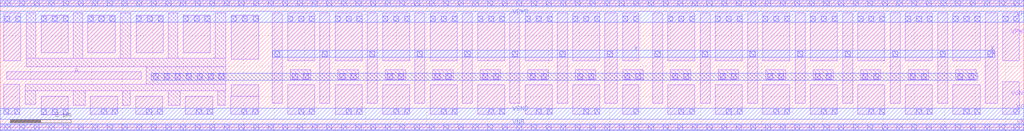
<source format=lef>
# Copyright 2020 The SkyWater PDK Authors
#
# Licensed under the Apache License, Version 2.0 (the "License");
# you may not use this file except in compliance with the License.
# You may obtain a copy of the License at
#
#     https://www.apache.org/licenses/LICENSE-2.0
#
# Unless required by applicable law or agreed to in writing, software
# distributed under the License is distributed on an "AS IS" BASIS,
# WITHOUT WARRANTIES OR CONDITIONS OF ANY KIND, either express or implied.
# See the License for the specific language governing permissions and
# limitations under the License.
#
# SPDX-License-Identifier: Apache-2.0

VERSION 5.7 ;
  NAMESCASESENSITIVE ON ;
  NOWIREEXTENSIONATPIN ON ;
  DIVIDERCHAR "/" ;
  BUSBITCHARS "[]" ;
UNITS
  DATABASE MICRONS 200 ;
END UNITS
MACRO sky130_fd_sc_hvl__buf_32
  CLASS CORE ;
  SOURCE USER ;
  FOREIGN sky130_fd_sc_hvl__buf_32 ;
  ORIGIN  0.000000  0.000000 ;
  SIZE  33.60000 BY  4.070000 ;
  SYMMETRY X Y ;
  SITE unithv ;
  PIN A
    ANTENNAGATEAREA  11.25000 ;
    DIRECTION INPUT ;
    USE SIGNAL ;
    PORT
      LAYER li1 ;
        RECT 0.220000 1.580000 4.630000 1.815000 ;
    END
  END A
  PIN X
    ANTENNADIFFAREA  10.08000 ;
    DIRECTION OUTPUT ;
    USE SIGNAL ;
    PORT
      LAYER li1 ;
        RECT  8.930000 0.790000  9.260000 3.755000 ;
        RECT 10.490000 0.790000 10.820000 3.755000 ;
        RECT 12.050000 0.790000 12.380000 3.755000 ;
        RECT 13.610000 0.790000 13.940000 3.755000 ;
        RECT 15.170000 0.790000 15.500000 3.755000 ;
        RECT 16.730000 0.790000 17.060000 3.755000 ;
        RECT 18.290000 0.790000 18.620000 3.755000 ;
        RECT 19.850000 0.790000 20.260000 3.755000 ;
        RECT 21.410000 0.790000 21.740000 3.755000 ;
        RECT 22.970000 0.790000 23.300000 3.755000 ;
        RECT 24.530000 0.790000 24.860000 3.755000 ;
        RECT 26.090000 0.790000 26.420000 3.755000 ;
        RECT 27.650000 0.790000 27.980000 3.755000 ;
        RECT 29.210000 0.790000 29.540000 3.755000 ;
        RECT 30.770000 0.790000 31.100000 3.755000 ;
        RECT 32.330000 0.790000 32.740000 3.755000 ;
      LAYER mcon ;
        RECT  9.010000 2.320000  9.180000 2.490000 ;
        RECT 10.570000 2.320000 10.740000 2.490000 ;
        RECT 12.130000 2.320000 12.300000 2.490000 ;
        RECT 13.690000 2.320000 13.860000 2.490000 ;
        RECT 15.250000 2.320000 15.420000 2.490000 ;
        RECT 16.810000 2.320000 16.980000 2.490000 ;
        RECT 18.370000 2.320000 18.540000 2.490000 ;
        RECT 19.930000 2.320000 20.100000 2.490000 ;
        RECT 21.490000 2.320000 21.660000 2.490000 ;
        RECT 23.050000 2.320000 23.220000 2.490000 ;
        RECT 24.610000 2.320000 24.780000 2.490000 ;
        RECT 26.170000 2.320000 26.340000 2.490000 ;
        RECT 27.730000 2.320000 27.900000 2.490000 ;
        RECT 29.290000 2.320000 29.460000 2.490000 ;
        RECT 30.850000 2.320000 31.020000 2.490000 ;
        RECT 32.410000 2.320000 32.580000 2.490000 ;
      LAYER met1 ;
        RECT 8.950000 2.290000 32.640000 2.520000 ;
    END
  END X
  PIN VGND
    DIRECTION INOUT ;
    USE GROUND ;
    PORT
      LAYER li1 ;
        RECT  0.110000 0.425000  0.645000 1.410000 ;
        RECT  1.340000 0.415000  2.230000 1.025000 ;
        RECT  2.960000 0.425000  3.855000 1.025000 ;
        RECT  4.440000 0.425000  5.330000 1.025000 ;
        RECT  6.080000 0.425000  6.975000 1.025000 ;
        RECT  7.560000 0.425000  8.480000 1.025000 ;
        RECT  7.580000 1.025000  8.480000 1.395000 ;
        RECT  9.430000 0.425000 10.320000 1.395000 ;
        RECT 10.990000 0.425000 11.880000 1.395000 ;
        RECT 12.550000 0.425000 13.440000 1.395000 ;
        RECT 14.110000 0.425000 15.000000 1.395000 ;
        RECT 15.670000 0.425000 16.560000 1.395000 ;
        RECT 17.230000 0.425000 18.120000 1.395000 ;
        RECT 18.790000 0.425000 19.680000 1.395000 ;
        RECT 20.430000 0.425000 20.960000 1.395000 ;
        RECT 21.910000 0.425000 22.800000 1.395000 ;
        RECT 23.470000 0.425000 24.360000 1.395000 ;
        RECT 25.030000 0.425000 25.920000 1.395000 ;
        RECT 26.590000 0.425000 27.480000 1.395000 ;
        RECT 28.150000 0.425000 29.040000 1.395000 ;
        RECT 29.710000 0.425000 30.600000 1.395000 ;
        RECT 31.270000 0.425000 32.160000 1.395000 ;
        RECT 32.910000 0.425000 33.440000 1.495000 ;
      LAYER mcon ;
        RECT  0.115000 0.425000  0.285000 0.595000 ;
        RECT  0.475000 0.425000  0.645000 0.595000 ;
        RECT  1.340000 0.425000  1.510000 0.595000 ;
        RECT  1.700000 0.425000  1.870000 0.595000 ;
        RECT  2.060000 0.425000  2.230000 0.595000 ;
        RECT  3.320000 0.425000  3.490000 0.595000 ;
        RECT  3.680000 0.425000  3.850000 0.595000 ;
        RECT  4.800000 0.425000  4.970000 0.595000 ;
        RECT  5.160000 0.425000  5.330000 0.595000 ;
        RECT  6.440000 0.425000  6.610000 0.595000 ;
        RECT  6.800000 0.425000  6.970000 0.595000 ;
        RECT  7.920000 0.425000  8.090000 0.595000 ;
        RECT  8.280000 0.425000  8.450000 0.595000 ;
        RECT  9.790000 0.425000  9.960000 0.595000 ;
        RECT 10.150000 0.425000 10.320000 0.595000 ;
        RECT 11.350000 0.425000 11.520000 0.595000 ;
        RECT 11.710000 0.425000 11.880000 0.595000 ;
        RECT 12.910000 0.425000 13.080000 0.595000 ;
        RECT 13.270000 0.425000 13.440000 0.595000 ;
        RECT 14.470000 0.425000 14.640000 0.595000 ;
        RECT 14.830000 0.425000 15.000000 0.595000 ;
        RECT 16.030000 0.425000 16.200000 0.595000 ;
        RECT 16.390000 0.425000 16.560000 0.595000 ;
        RECT 17.590000 0.425000 17.760000 0.595000 ;
        RECT 17.950000 0.425000 18.120000 0.595000 ;
        RECT 19.150000 0.425000 19.320000 0.595000 ;
        RECT 19.510000 0.425000 19.680000 0.595000 ;
        RECT 20.790000 0.425000 20.960000 0.595000 ;
        RECT 22.270000 0.425000 22.440000 0.595000 ;
        RECT 22.630000 0.425000 22.800000 0.595000 ;
        RECT 23.830000 0.425000 24.000000 0.595000 ;
        RECT 24.190000 0.425000 24.360000 0.595000 ;
        RECT 25.390000 0.425000 25.560000 0.595000 ;
        RECT 25.750000 0.425000 25.920000 0.595000 ;
        RECT 26.950000 0.425000 27.120000 0.595000 ;
        RECT 27.310000 0.425000 27.480000 0.595000 ;
        RECT 28.510000 0.425000 28.680000 0.595000 ;
        RECT 28.870000 0.425000 29.040000 0.595000 ;
        RECT 30.070000 0.425000 30.240000 0.595000 ;
        RECT 30.430000 0.425000 30.600000 0.595000 ;
        RECT 31.630000 0.425000 31.800000 0.595000 ;
        RECT 31.990000 0.425000 32.160000 0.595000 ;
        RECT 33.270000 0.425000 33.440000 0.595000 ;
      LAYER met1 ;
        RECT 0.000000 0.255000 33.600000 0.625000 ;
    END
  END VGND
  PIN VNB
    DIRECTION INOUT ;
    USE GROUND ;
    PORT
      LAYER li1 ;
        RECT 0.000000 -0.085000 33.600000 0.085000 ;
      LAYER mcon ;
        RECT  0.155000 -0.085000  0.325000 0.085000 ;
        RECT  0.635000 -0.085000  0.805000 0.085000 ;
        RECT  1.115000 -0.085000  1.285000 0.085000 ;
        RECT  1.595000 -0.085000  1.765000 0.085000 ;
        RECT  2.075000 -0.085000  2.245000 0.085000 ;
        RECT  2.555000 -0.085000  2.725000 0.085000 ;
        RECT  3.035000 -0.085000  3.205000 0.085000 ;
        RECT  3.515000 -0.085000  3.685000 0.085000 ;
        RECT  3.995000 -0.085000  4.165000 0.085000 ;
        RECT  4.475000 -0.085000  4.645000 0.085000 ;
        RECT  4.955000 -0.085000  5.125000 0.085000 ;
        RECT  5.435000 -0.085000  5.605000 0.085000 ;
        RECT  5.915000 -0.085000  6.085000 0.085000 ;
        RECT  6.395000 -0.085000  6.565000 0.085000 ;
        RECT  6.875000 -0.085000  7.045000 0.085000 ;
        RECT  7.355000 -0.085000  7.525000 0.085000 ;
        RECT  7.835000 -0.085000  8.005000 0.085000 ;
        RECT  8.315000 -0.085000  8.485000 0.085000 ;
        RECT  8.795000 -0.085000  8.965000 0.085000 ;
        RECT  9.275000 -0.085000  9.445000 0.085000 ;
        RECT  9.755000 -0.085000  9.925000 0.085000 ;
        RECT 10.235000 -0.085000 10.405000 0.085000 ;
        RECT 10.715000 -0.085000 10.885000 0.085000 ;
        RECT 11.195000 -0.085000 11.365000 0.085000 ;
        RECT 11.675000 -0.085000 11.845000 0.085000 ;
        RECT 12.155000 -0.085000 12.325000 0.085000 ;
        RECT 12.635000 -0.085000 12.805000 0.085000 ;
        RECT 13.115000 -0.085000 13.285000 0.085000 ;
        RECT 13.595000 -0.085000 13.765000 0.085000 ;
        RECT 14.075000 -0.085000 14.245000 0.085000 ;
        RECT 14.555000 -0.085000 14.725000 0.085000 ;
        RECT 15.035000 -0.085000 15.205000 0.085000 ;
        RECT 15.515000 -0.085000 15.685000 0.085000 ;
        RECT 15.995000 -0.085000 16.165000 0.085000 ;
        RECT 16.475000 -0.085000 16.645000 0.085000 ;
        RECT 16.955000 -0.085000 17.125000 0.085000 ;
        RECT 17.435000 -0.085000 17.605000 0.085000 ;
        RECT 17.915000 -0.085000 18.085000 0.085000 ;
        RECT 18.395000 -0.085000 18.565000 0.085000 ;
        RECT 18.875000 -0.085000 19.045000 0.085000 ;
        RECT 19.355000 -0.085000 19.525000 0.085000 ;
        RECT 19.835000 -0.085000 20.005000 0.085000 ;
        RECT 20.315000 -0.085000 20.485000 0.085000 ;
        RECT 20.795000 -0.085000 20.965000 0.085000 ;
        RECT 21.275000 -0.085000 21.445000 0.085000 ;
        RECT 21.755000 -0.085000 21.925000 0.085000 ;
        RECT 22.235000 -0.085000 22.405000 0.085000 ;
        RECT 22.715000 -0.085000 22.885000 0.085000 ;
        RECT 23.195000 -0.085000 23.365000 0.085000 ;
        RECT 23.675000 -0.085000 23.845000 0.085000 ;
        RECT 24.155000 -0.085000 24.325000 0.085000 ;
        RECT 24.635000 -0.085000 24.805000 0.085000 ;
        RECT 25.115000 -0.085000 25.285000 0.085000 ;
        RECT 25.595000 -0.085000 25.765000 0.085000 ;
        RECT 26.075000 -0.085000 26.245000 0.085000 ;
        RECT 26.555000 -0.085000 26.725000 0.085000 ;
        RECT 27.035000 -0.085000 27.205000 0.085000 ;
        RECT 27.515000 -0.085000 27.685000 0.085000 ;
        RECT 27.995000 -0.085000 28.165000 0.085000 ;
        RECT 28.475000 -0.085000 28.645000 0.085000 ;
        RECT 28.955000 -0.085000 29.125000 0.085000 ;
        RECT 29.435000 -0.085000 29.605000 0.085000 ;
        RECT 29.915000 -0.085000 30.085000 0.085000 ;
        RECT 30.395000 -0.085000 30.565000 0.085000 ;
        RECT 30.875000 -0.085000 31.045000 0.085000 ;
        RECT 31.355000 -0.085000 31.525000 0.085000 ;
        RECT 31.835000 -0.085000 32.005000 0.085000 ;
        RECT 32.315000 -0.085000 32.485000 0.085000 ;
        RECT 32.795000 -0.085000 32.965000 0.085000 ;
        RECT 33.275000 -0.085000 33.445000 0.085000 ;
      LAYER met1 ;
        RECT 0.000000 -0.115000 33.600000 0.115000 ;
    END
  END VNB
  PIN VPB
    DIRECTION INOUT ;
    USE POWER ;
    PORT
      LAYER li1 ;
        RECT 0.000000 3.985000 33.600000 4.155000 ;
      LAYER mcon ;
        RECT  0.155000 3.985000  0.325000 4.155000 ;
        RECT  0.635000 3.985000  0.805000 4.155000 ;
        RECT  1.115000 3.985000  1.285000 4.155000 ;
        RECT  1.595000 3.985000  1.765000 4.155000 ;
        RECT  2.075000 3.985000  2.245000 4.155000 ;
        RECT  2.555000 3.985000  2.725000 4.155000 ;
        RECT  3.035000 3.985000  3.205000 4.155000 ;
        RECT  3.515000 3.985000  3.685000 4.155000 ;
        RECT  3.995000 3.985000  4.165000 4.155000 ;
        RECT  4.475000 3.985000  4.645000 4.155000 ;
        RECT  4.955000 3.985000  5.125000 4.155000 ;
        RECT  5.435000 3.985000  5.605000 4.155000 ;
        RECT  5.915000 3.985000  6.085000 4.155000 ;
        RECT  6.395000 3.985000  6.565000 4.155000 ;
        RECT  6.875000 3.985000  7.045000 4.155000 ;
        RECT  7.355000 3.985000  7.525000 4.155000 ;
        RECT  7.835000 3.985000  8.005000 4.155000 ;
        RECT  8.315000 3.985000  8.485000 4.155000 ;
        RECT  8.795000 3.985000  8.965000 4.155000 ;
        RECT  9.275000 3.985000  9.445000 4.155000 ;
        RECT  9.755000 3.985000  9.925000 4.155000 ;
        RECT 10.235000 3.985000 10.405000 4.155000 ;
        RECT 10.715000 3.985000 10.885000 4.155000 ;
        RECT 11.195000 3.985000 11.365000 4.155000 ;
        RECT 11.675000 3.985000 11.845000 4.155000 ;
        RECT 12.155000 3.985000 12.325000 4.155000 ;
        RECT 12.635000 3.985000 12.805000 4.155000 ;
        RECT 13.115000 3.985000 13.285000 4.155000 ;
        RECT 13.595000 3.985000 13.765000 4.155000 ;
        RECT 14.075000 3.985000 14.245000 4.155000 ;
        RECT 14.555000 3.985000 14.725000 4.155000 ;
        RECT 15.035000 3.985000 15.205000 4.155000 ;
        RECT 15.515000 3.985000 15.685000 4.155000 ;
        RECT 15.995000 3.985000 16.165000 4.155000 ;
        RECT 16.475000 3.985000 16.645000 4.155000 ;
        RECT 16.955000 3.985000 17.125000 4.155000 ;
        RECT 17.435000 3.985000 17.605000 4.155000 ;
        RECT 17.915000 3.985000 18.085000 4.155000 ;
        RECT 18.395000 3.985000 18.565000 4.155000 ;
        RECT 18.875000 3.985000 19.045000 4.155000 ;
        RECT 19.355000 3.985000 19.525000 4.155000 ;
        RECT 19.835000 3.985000 20.005000 4.155000 ;
        RECT 20.315000 3.985000 20.485000 4.155000 ;
        RECT 20.795000 3.985000 20.965000 4.155000 ;
        RECT 21.275000 3.985000 21.445000 4.155000 ;
        RECT 21.755000 3.985000 21.925000 4.155000 ;
        RECT 22.235000 3.985000 22.405000 4.155000 ;
        RECT 22.715000 3.985000 22.885000 4.155000 ;
        RECT 23.195000 3.985000 23.365000 4.155000 ;
        RECT 23.675000 3.985000 23.845000 4.155000 ;
        RECT 24.155000 3.985000 24.325000 4.155000 ;
        RECT 24.635000 3.985000 24.805000 4.155000 ;
        RECT 25.115000 3.985000 25.285000 4.155000 ;
        RECT 25.595000 3.985000 25.765000 4.155000 ;
        RECT 26.075000 3.985000 26.245000 4.155000 ;
        RECT 26.555000 3.985000 26.725000 4.155000 ;
        RECT 27.035000 3.985000 27.205000 4.155000 ;
        RECT 27.515000 3.985000 27.685000 4.155000 ;
        RECT 27.995000 3.985000 28.165000 4.155000 ;
        RECT 28.475000 3.985000 28.645000 4.155000 ;
        RECT 28.955000 3.985000 29.125000 4.155000 ;
        RECT 29.435000 3.985000 29.605000 4.155000 ;
        RECT 29.915000 3.985000 30.085000 4.155000 ;
        RECT 30.395000 3.985000 30.565000 4.155000 ;
        RECT 30.875000 3.985000 31.045000 4.155000 ;
        RECT 31.355000 3.985000 31.525000 4.155000 ;
        RECT 31.835000 3.985000 32.005000 4.155000 ;
        RECT 32.315000 3.985000 32.485000 4.155000 ;
        RECT 32.795000 3.985000 32.965000 4.155000 ;
        RECT 33.275000 3.985000 33.445000 4.155000 ;
      LAYER met1 ;
        RECT 0.000000 3.955000 33.600000 4.185000 ;
    END
  END VPB
  PIN VPWR
    DIRECTION INOUT ;
    USE POWER ;
    PORT
      LAYER li1 ;
        RECT  0.110000 2.175000  0.680000 3.755000 ;
        RECT  1.340000 2.445000  2.230000 3.675000 ;
        RECT  2.880000 2.445000  3.770000 3.675000 ;
        RECT  4.460000 2.445000  5.350000 3.675000 ;
        RECT  6.000000 2.445000  6.890000 3.675000 ;
        RECT  7.580000 2.235000  8.480000 3.675000 ;
        RECT  9.430000 2.175000 10.320000 3.755000 ;
        RECT 10.990000 2.175000 11.880000 3.755000 ;
        RECT 12.550000 2.175000 13.440000 3.755000 ;
        RECT 14.110000 2.175000 15.000000 3.755000 ;
        RECT 15.670000 2.175000 16.560000 3.755000 ;
        RECT 17.230000 2.175000 18.120000 3.755000 ;
        RECT 18.790000 2.175000 19.680000 3.755000 ;
        RECT 20.430000 2.175000 20.960000 3.755000 ;
        RECT 21.910000 2.175000 22.800000 3.755000 ;
        RECT 23.470000 2.175000 24.360000 3.755000 ;
        RECT 25.030000 2.175000 25.920000 3.755000 ;
        RECT 26.590000 2.175000 27.480000 3.755000 ;
        RECT 28.150000 2.175000 29.040000 3.755000 ;
        RECT 29.710000 2.175000 30.600000 3.755000 ;
        RECT 31.270000 2.175000 32.160000 3.755000 ;
        RECT 32.910000 2.175000 33.440000 3.755000 ;
      LAYER mcon ;
        RECT  0.150000 3.475000  0.320000 3.645000 ;
        RECT  0.510000 3.475000  0.680000 3.645000 ;
        RECT  1.340000 3.475000  1.510000 3.645000 ;
        RECT  1.700000 3.475000  1.870000 3.645000 ;
        RECT  2.060000 3.475000  2.230000 3.645000 ;
        RECT  2.880000 3.475000  3.050000 3.645000 ;
        RECT  3.240000 3.475000  3.410000 3.645000 ;
        RECT  3.600000 3.475000  3.770000 3.645000 ;
        RECT  4.460000 3.475000  4.630000 3.645000 ;
        RECT  4.820000 3.475000  4.990000 3.645000 ;
        RECT  5.180000 3.475000  5.350000 3.645000 ;
        RECT  6.000000 3.475000  6.170000 3.645000 ;
        RECT  6.360000 3.475000  6.530000 3.645000 ;
        RECT  6.720000 3.475000  6.890000 3.645000 ;
        RECT  7.580000 3.475000  7.750000 3.645000 ;
        RECT  7.940000 3.475000  8.110000 3.645000 ;
        RECT  8.300000 3.475000  8.470000 3.645000 ;
        RECT  9.430000 3.475000  9.600000 3.645000 ;
        RECT  9.790000 3.475000  9.960000 3.645000 ;
        RECT 10.150000 3.475000 10.320000 3.645000 ;
        RECT 10.990000 3.475000 11.160000 3.645000 ;
        RECT 11.350000 3.475000 11.520000 3.645000 ;
        RECT 11.710000 3.475000 11.880000 3.645000 ;
        RECT 12.550000 3.475000 12.720000 3.645000 ;
        RECT 12.910000 3.475000 13.080000 3.645000 ;
        RECT 13.270000 3.475000 13.440000 3.645000 ;
        RECT 14.110000 3.475000 14.280000 3.645000 ;
        RECT 14.470000 3.475000 14.640000 3.645000 ;
        RECT 14.830000 3.475000 15.000000 3.645000 ;
        RECT 15.670000 3.475000 15.840000 3.645000 ;
        RECT 16.030000 3.475000 16.200000 3.645000 ;
        RECT 16.390000 3.475000 16.560000 3.645000 ;
        RECT 17.230000 3.475000 17.400000 3.645000 ;
        RECT 17.590000 3.475000 17.760000 3.645000 ;
        RECT 17.950000 3.475000 18.120000 3.645000 ;
        RECT 18.790000 3.475000 18.960000 3.645000 ;
        RECT 19.150000 3.475000 19.320000 3.645000 ;
        RECT 19.510000 3.475000 19.680000 3.645000 ;
        RECT 20.430000 3.475000 20.600000 3.645000 ;
        RECT 20.790000 3.475000 20.960000 3.645000 ;
        RECT 21.910000 3.475000 22.080000 3.645000 ;
        RECT 22.270000 3.475000 22.440000 3.645000 ;
        RECT 22.630000 3.475000 22.800000 3.645000 ;
        RECT 23.470000 3.475000 23.640000 3.645000 ;
        RECT 23.830000 3.475000 24.000000 3.645000 ;
        RECT 24.190000 3.475000 24.360000 3.645000 ;
        RECT 25.030000 3.475000 25.200000 3.645000 ;
        RECT 25.390000 3.475000 25.560000 3.645000 ;
        RECT 25.750000 3.475000 25.920000 3.645000 ;
        RECT 26.590000 3.475000 26.760000 3.645000 ;
        RECT 26.950000 3.475000 27.120000 3.645000 ;
        RECT 27.310000 3.475000 27.480000 3.645000 ;
        RECT 28.150000 3.475000 28.320000 3.645000 ;
        RECT 28.510000 3.475000 28.680000 3.645000 ;
        RECT 28.870000 3.475000 29.040000 3.645000 ;
        RECT 29.710000 3.475000 29.880000 3.645000 ;
        RECT 30.070000 3.475000 30.240000 3.645000 ;
        RECT 30.430000 3.475000 30.600000 3.645000 ;
        RECT 31.270000 3.475000 31.440000 3.645000 ;
        RECT 31.630000 3.475000 31.800000 3.645000 ;
        RECT 31.990000 3.475000 32.160000 3.645000 ;
        RECT 32.910000 3.475000 33.080000 3.645000 ;
        RECT 33.270000 3.475000 33.440000 3.645000 ;
      LAYER met1 ;
        RECT 0.000000 3.445000 33.600000 3.815000 ;
    END
  END VPWR
  OBS
    LAYER li1 ;
      RECT  0.815000 0.755000  1.170000 1.195000 ;
      RECT  0.815000 1.195000  7.410000 1.410000 ;
      RECT  0.850000 1.985000  7.410000 2.265000 ;
      RECT  0.850000 2.265000  1.160000 3.755000 ;
      RECT  2.400000 0.730000  2.790000 1.195000 ;
      RECT  2.400000 2.265000  2.710000 3.755000 ;
      RECT  3.940000 2.265000  4.290000 3.755000 ;
      RECT  4.025000 0.730000  4.270000 1.195000 ;
      RECT  4.800000 1.410000  7.410000 1.985000 ;
      RECT  5.520000 0.730000  5.910000 1.195000 ;
      RECT  5.520000 2.265000  5.830000 3.755000 ;
      RECT  7.060000 2.265000  7.410000 3.755000 ;
      RECT  7.145000 0.730000  7.390000 1.195000 ;
      RECT  9.520000 1.565000 10.190000 1.895000 ;
      RECT 11.080000 1.565000 11.750000 1.895000 ;
      RECT 12.640000 1.565000 13.310000 1.895000 ;
      RECT 14.200000 1.565000 14.870000 1.895000 ;
      RECT 15.760000 1.565000 16.430000 1.895000 ;
      RECT 17.320000 1.565000 17.990000 1.895000 ;
      RECT 18.880000 1.565000 19.550000 1.895000 ;
      RECT 20.430000 1.565000 21.100000 1.895000 ;
      RECT 22.000000 1.565000 22.670000 1.895000 ;
      RECT 23.560000 1.565000 24.230000 1.895000 ;
      RECT 25.120000 1.565000 25.790000 1.895000 ;
      RECT 26.680000 1.565000 27.350000 1.895000 ;
      RECT 28.240000 1.565000 28.910000 1.895000 ;
      RECT 29.800000 1.565000 30.470000 1.895000 ;
      RECT 31.360000 1.565000 32.030000 1.895000 ;
    LAYER mcon ;
      RECT  5.020000 1.580000  5.190000 1.750000 ;
      RECT  5.380000 1.580000  5.550000 1.750000 ;
      RECT  5.740000 1.580000  5.910000 1.750000 ;
      RECT  6.100000 1.580000  6.270000 1.750000 ;
      RECT  6.460000 1.580000  6.630000 1.750000 ;
      RECT  6.820000 1.580000  6.990000 1.750000 ;
      RECT  7.180000 1.580000  7.350000 1.750000 ;
      RECT  9.590000 1.580000  9.760000 1.750000 ;
      RECT  9.950000 1.580000 10.120000 1.750000 ;
      RECT 11.150000 1.580000 11.320000 1.750000 ;
      RECT 11.510000 1.580000 11.680000 1.750000 ;
      RECT 12.710000 1.580000 12.880000 1.750000 ;
      RECT 13.070000 1.580000 13.240000 1.750000 ;
      RECT 14.270000 1.580000 14.440000 1.750000 ;
      RECT 14.630000 1.580000 14.800000 1.750000 ;
      RECT 15.830000 1.580000 16.000000 1.750000 ;
      RECT 16.190000 1.580000 16.360000 1.750000 ;
      RECT 17.390000 1.580000 17.560000 1.750000 ;
      RECT 17.750000 1.580000 17.920000 1.750000 ;
      RECT 18.950000 1.580000 19.120000 1.750000 ;
      RECT 19.310000 1.580000 19.480000 1.750000 ;
      RECT 20.500000 1.580000 20.670000 1.750000 ;
      RECT 20.860000 1.580000 21.030000 1.750000 ;
      RECT 22.070000 1.580000 22.240000 1.750000 ;
      RECT 22.430000 1.580000 22.600000 1.750000 ;
      RECT 23.630000 1.580000 23.800000 1.750000 ;
      RECT 23.990000 1.580000 24.160000 1.750000 ;
      RECT 25.190000 1.580000 25.360000 1.750000 ;
      RECT 25.550000 1.580000 25.720000 1.750000 ;
      RECT 26.750000 1.580000 26.920000 1.750000 ;
      RECT 27.110000 1.580000 27.280000 1.750000 ;
      RECT 28.310000 1.580000 28.480000 1.750000 ;
      RECT 28.670000 1.580000 28.840000 1.750000 ;
      RECT 29.870000 1.580000 30.040000 1.750000 ;
      RECT 30.230000 1.580000 30.400000 1.750000 ;
      RECT 31.430000 1.580000 31.600000 1.750000 ;
      RECT 31.790000 1.580000 31.960000 1.750000 ;
    LAYER met1 ;
      RECT 4.960000 1.550000 32.090000 1.780000 ;
  END
END sky130_fd_sc_hvl__buf_32

</source>
